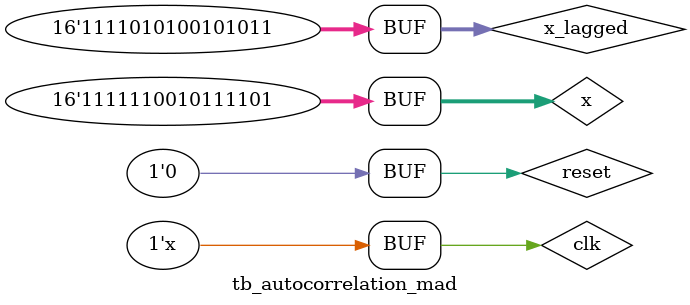
<source format=v>
module tb_autocorrelation_mad ();

    reg clk;
    reg reset;
    reg [15:0] x;
    reg [15:0] x_lagged;
    wire [31:0] product;
    wire [31:0] y;

    // Instantiate your module
    autocorrelation_mad autocorrelation_mad_0 (
      .clk(clk),
      .reset(reset),
      .x(x),
      .x_lagged(x_lagged),
      .product(product),
      .y(y)
    );

    // Clock generation
    always #5 clk = ~clk; // Assuming 10ns clock period

    // Stimulus generation
    initial begin
      clk = 1;
      // Initialize input signals if needed
      reset = 1;
      #11;
      reset = 0;
      
      x = -58;
      x_lagged = -835;
      #10
      x = -685;
      x_lagged = -58;
      #10
      x = -931;
      x_lagged = -685;
      #10
      x = -704;
      x_lagged = -931;
      #10
      x = -670;
      x_lagged = -704;
      #10
      x = -106;
      x_lagged = -670;
      #10
      x = -304;
      x_lagged = -106;
      #10
      x = -1079;
      x_lagged = -304;
      #10
      x = -1312;
      x_lagged = -1079;
      #10
      x = -1066;
      x_lagged = -1312;
      #10
      x = -1218;
      x_lagged = -1066;
      #10
      x = -976;
      x_lagged = -1218;
      #10
      x = -1035;
      x_lagged = -976;
      #10
      x = -1240;
      x_lagged = -1035;
      #10
      x = -1682;
      x_lagged = -1240;
      #10
      x = -2051;
      x_lagged = -1682;
      #10
      x = -2051;
      x_lagged = -2051;
      #10
      x = -1892;
      x_lagged = -2051;
      #10
      x = -1344;
      x_lagged = -1892;
      #10
      x = -1352;
      x_lagged = -1344;
      #10
      x = -1500;
      x_lagged = -1352;
      #10
      x = -1494;
      x_lagged = -1500;
      #10
      x = -1061;
      x_lagged = -1494;
      #10
      x = -856;
      x_lagged = -1061;
      #10
      x = -696;
      x_lagged = -856;
      #10
      x = -238;
      x_lagged = -696;
      #10
      x = 318;
      x_lagged = -238;
      #10
      x = 137;
      x_lagged = 318;
      #10
      x = -88;
      x_lagged = 137;
      #10
      x = 714;
      x_lagged = -88;
      #10
      x = 553;
      x_lagged = 714;
      #10
      x = 587;
      x_lagged = 553;
      #10
      x = 1490;
      x_lagged = 587;
      #10
      x = 2128;
      x_lagged = 1490;
      #10
      x = 1723;
      x_lagged = 2128;
      #10
      x = 1549;
      x_lagged = 1723;
      #10
      x = 2171;
      x_lagged = 1549;
      #10
      x = 2517;
      x_lagged = 2171;
      #10
      x = 3309;
      x_lagged = 2517;
      #10
      x = 4289;
      x_lagged = 3309;
      #10
      x = 4125;
      x_lagged = 4289;
      #10
      x = 4116;
      x_lagged = 4125;
      #10
      x = 5225;
      x_lagged = 4116;
      #10
      x = 5562;
      x_lagged = 5225;
      #10
      x = 6472;
      x_lagged = 5562;
      #10
      x = 8072;
      x_lagged = 6472;
      #10
      x = 8418;
      x_lagged = 8072;
      #10
      x = 8167;
      x_lagged = 8418;
      #10
      x = 8211;
      x_lagged = 8167;
      #10
      x = 6767;
      x_lagged = 8211;
      #10
      x = 2268;
      x_lagged = 6767;
      #10
      x = -3481;
      x_lagged = 2268;
      #10
      x = -7291;
      x_lagged = -3481;
      #10
      x = -8709;
      x_lagged = -7291;
      #10
      x = -8983;
      x_lagged = -8709;
      #10
      x = -8370;
      x_lagged = -8983;
      #10
      x = -6790;
      x_lagged = -8370;
      #10
      x = -5738;
      x_lagged = -6790;
      #10
      x = -5593;
      x_lagged = -5738;
      #10
      x = -4459;
      x_lagged = -5593;
      #10
      x = -1539;
      x_lagged = -4459;
      #10
      x = 1521;
      x_lagged = -1539;
      #10
      x = 3761;
      x_lagged = 1521;
      #10
      x = 5234;
      x_lagged = 3761;
      #10
      x = 5084;
      x_lagged = 5234;
      #10
      x = 3202;
      x_lagged = 5084;
      #10
      x = 882;
      x_lagged = 3202;
      #10
      x = -1176;
      x_lagged = 882;
      #10
      x = -2816;
      x_lagged = -1176;
      #10
      x = -4023;
      x_lagged = -2816;
      #10
      x = -5473;
      x_lagged = -4023;
      #10
      x = -7112;
      x_lagged = -5473;
      #10
      x = -7967;
      x_lagged = -7112;
      #10
      x = -7714;
      x_lagged = -7967;
      #10
      x = -6687;
      x_lagged = -7714;
      #10
      x = -4592;
      x_lagged = -6687;
      #10
      x = -1888;
      x_lagged = -4592;
      #10
      x = 356;
      x_lagged = -1888;
      #10
      x = 1745;
      x_lagged = 356;
      #10
      x = 2506;
      x_lagged = 1745;
      #10
      x = 2872;
      x_lagged = 2506;
      #10
      x = 2730;
      x_lagged = 2872;
      #10
      x = 1877;
      x_lagged = 2730;
      #10
      x = -101;
      x_lagged = 1877;
      #10
      x = -2826;
      x_lagged = -101;
      #10
      x = -5130;
      x_lagged = -2826;
      #10
      x = -7124;
      x_lagged = -5130;
      #10
      x = -8957;
      x_lagged = -7124;
      #10
      x = -8800;
      x_lagged = -8957;
      #10
      x = -6669;
      x_lagged = -8800;
      #10
      x = -4901;
      x_lagged = -6669;
      #10
      x = -3616;
      x_lagged = -4901;
      #10
      x = -1746;
      x_lagged = -3616;
      #10
      x = -492;
      x_lagged = -1746;
      #10
      x = -243;
      x_lagged = -492;
      #10
      x = 789;
      x_lagged = -243;
      #10
      x = 2213;
      x_lagged = 789;
      #10
      x = 2671;
      x_lagged = 2213;
      #10
      x = 2721;
      x_lagged = 2671;
      #10
      x = 2810;
      x_lagged = 2721;
      #10
      x = 2385;
      x_lagged = 2810;
      #10
      x = 2144;
      x_lagged = 2385;
      #10
      x = 2701;
      x_lagged = 2144;
      #10
      x = 3339;
      x_lagged = 2701;
      #10
      x = 3652;
      x_lagged = 3339;
      #10
      x = 4106;
      x_lagged = 3652;
      #10
      x = 4842;
      x_lagged = 4106;
      #10
      x = 5938;
      x_lagged = 4842;
      #10
      x = 7686;
      x_lagged = 5938;
      #10
      x = 9982;
      x_lagged = 7686;
      #10
      x = 12066;
      x_lagged = 9982;
      #10
      x = 13940;
      x_lagged = 12066;
      #10
      x = 15478;
      x_lagged = 13940;
      #10
      x = 16683;
      x_lagged = 15478;
      #10
      x = 14746;
      x_lagged = 16683;
      #10
      x = 4801;
      x_lagged = 14746;
      #10
      x = -7589;
      x_lagged = 4801;
      #10
      x = -12233;
      x_lagged = -7589;
      #10
      x = -12817;
      x_lagged = -12233;
      #10
      x = -14876;
      x_lagged = -12817;
      #10
      x = -12196;
      x_lagged = -14876;
      #10
      x = -6275;
      x_lagged = -12196;
      #10
      x = -6443;
      x_lagged = -6275;
      #10
      x = -8278;
      x_lagged = -6443;
      #10
      x = -4255;
      x_lagged = -8278;
      #10
      x = 437;
      x_lagged = -4255;
      #10
      x = 3226;
      x_lagged = 437;
      #10
      x = 8338;
      x_lagged = 3226;
      #10
      x = 12263;
      x_lagged = 8338;
      #10
      x = 10823;
      x_lagged = 12263;
      #10
      x = 7214;
      x_lagged = 10823;
      #10
      x = 2642;
      x_lagged = 7214;
      #10
      x = -2691;
      x_lagged = 2642;
      #10
      x = -5294;
      x_lagged = -2691;
      #10
      x = -6220;
      x_lagged = -5294;
      #10
      x = -8865;
      x_lagged = -6220;
      #10
      x = -10566;
      x_lagged = -8865;
      #10
      x = -10012;
      x_lagged = -10566;
      #10
      x = -10560;
      x_lagged = -10012;
      #10
      x = -10187;
      x_lagged = -10560;
      #10
      x = -5790;
      x_lagged = -10187;
      #10
      x = -782;
      x_lagged = -5790;
      #10
      x = 2549;
      x_lagged = -782;
      #10
      x = 6031;
      x_lagged = 2549;
      #10
      x = 8411;
      x_lagged = 6031;
      #10
      x = 8010;
      x_lagged = 8411;
      #10
      x = 6785;
      x_lagged = 8010;
      #10
      x = 5360;
      x_lagged = 6785;
      #10
      x = 2962;
      x_lagged = 5360;
      #10
      x = 634;
      x_lagged = 2962;
      #10
      x = -1764;
      x_lagged = 634;
      #10
      x = -5156;
      x_lagged = -1764;
      #10
      x = -7764;
      x_lagged = -5156;
      #10
      x = -8691;
      x_lagged = -7764;
      #10
      x = -9383;
      x_lagged = -8691;
      #10
      x = -9212;
      x_lagged = -9383;
      #10
      x = -6952;
      x_lagged = -9212;
      #10
      x = -4358;
      x_lagged = -6952;
      #10
      x = -2773;
      x_lagged = -4358;
      #10
      x = -835;
      x_lagged = -2773;
      #10


      // Provide test vectors
      // Change input values here

      #1000; // Simulation duration

    //   $finish; // End the simulation

    end

endmodule
</source>
